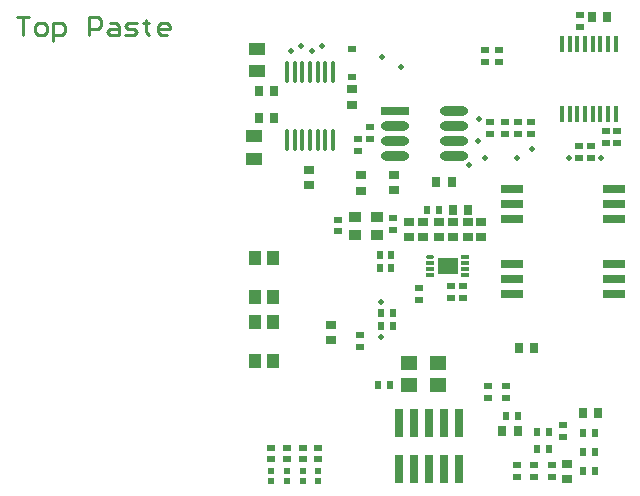
<source format=gtp>
G04*
G04 #@! TF.GenerationSoftware,Altium Limited,Altium Designer,20.2.6 (244)*
G04*
G04 Layer_Color=8421504*
%FSLAX24Y24*%
%MOIN*%
G70*
G04*
G04 #@! TF.SameCoordinates,49DCD013-E9FA-4731-AA8E-B93FF918964A*
G04*
G04*
G04 #@! TF.FilePolarity,Positive*
G04*
G01*
G75*
%ADD15C,0.0100*%
%ADD21R,0.0256X0.0217*%
%ADD22C,0.0200*%
%ADD23R,0.0256X0.0354*%
%ADD24O,0.0157X0.0551*%
%ADD25R,0.0551X0.0413*%
%ADD26R,0.0413X0.0453*%
%ADD27R,0.0394X0.0354*%
%ADD28O,0.0138X0.0787*%
%ADD29R,0.0551X0.0472*%
%ADD30R,0.0299X0.0945*%
%ADD31R,0.0236X0.0197*%
%ADD32R,0.0354X0.0256*%
%ADD33O,0.0945X0.0315*%
%ADD34R,0.0945X0.0315*%
%ADD35R,0.0689X0.0571*%
%ADD36R,0.0295X0.0118*%
G04:AMPARAMS|DCode=37|XSize=11.8mil|YSize=29.5mil|CornerRadius=5.9mil|HoleSize=0mil|Usage=FLASHONLY|Rotation=270.000|XOffset=0mil|YOffset=0mil|HoleType=Round|Shape=RoundedRectangle|*
%AMROUNDEDRECTD37*
21,1,0.0118,0.0177,0,0,270.0*
21,1,0.0000,0.0295,0,0,270.0*
1,1,0.0118,-0.0089,0.0000*
1,1,0.0118,-0.0089,0.0000*
1,1,0.0118,0.0089,0.0000*
1,1,0.0118,0.0089,0.0000*
%
%ADD37ROUNDEDRECTD37*%
%ADD38R,0.0752X0.0299*%
%ADD39R,0.0268X0.0220*%
%ADD40R,0.0217X0.0256*%
D15*
X-7450Y-1110D02*
X-7051D01*
X-7251D01*
Y-1710D01*
X-6751D02*
X-6551D01*
X-6451Y-1610D01*
Y-1410D01*
X-6551Y-1310D01*
X-6751D01*
X-6851Y-1410D01*
Y-1610D01*
X-6751Y-1710D01*
X-6251Y-1910D02*
Y-1310D01*
X-5951D01*
X-5851Y-1410D01*
Y-1610D01*
X-5951Y-1710D01*
X-6251D01*
X-5051D02*
Y-1110D01*
X-4751D01*
X-4651Y-1210D01*
Y-1410D01*
X-4751Y-1510D01*
X-5051D01*
X-4351Y-1310D02*
X-4152D01*
X-4052Y-1410D01*
Y-1710D01*
X-4351D01*
X-4451Y-1610D01*
X-4351Y-1510D01*
X-4052D01*
X-3852Y-1710D02*
X-3552D01*
X-3452Y-1610D01*
X-3552Y-1510D01*
X-3752D01*
X-3852Y-1410D01*
X-3752Y-1310D01*
X-3452D01*
X-3152Y-1210D02*
Y-1310D01*
X-3252D01*
X-3052D01*
X-3152D01*
Y-1610D01*
X-3052Y-1710D01*
X-2452D02*
X-2652D01*
X-2752Y-1610D01*
Y-1410D01*
X-2652Y-1310D01*
X-2452D01*
X-2352Y-1410D01*
Y-1510D01*
X-2752D01*
D21*
X11330Y-1447D02*
D03*
Y-1053D02*
D03*
X8320Y-5027D02*
D03*
Y-4633D02*
D03*
X4000Y-11713D02*
D03*
Y-12107D02*
D03*
X10748Y-15118D02*
D03*
Y-14724D02*
D03*
X1556Y-15866D02*
D03*
Y-15472D02*
D03*
X1031Y-15866D02*
D03*
Y-15472D02*
D03*
X5079Y-8228D02*
D03*
Y-7835D02*
D03*
X3268Y-7874D02*
D03*
Y-8268D02*
D03*
X8858Y-13425D02*
D03*
Y-13819D02*
D03*
X8268Y-13425D02*
D03*
Y-13819D02*
D03*
X9803Y-16063D02*
D03*
Y-16457D02*
D03*
X9213Y-16063D02*
D03*
Y-16457D02*
D03*
X10394Y-16063D02*
D03*
Y-16457D02*
D03*
X12190Y-4923D02*
D03*
Y-5317D02*
D03*
X12560Y-4913D02*
D03*
Y-5307D02*
D03*
X2081Y-15866D02*
D03*
Y-15472D02*
D03*
X2606Y-15866D02*
D03*
Y-15472D02*
D03*
X3937Y-5591D02*
D03*
Y-5197D02*
D03*
X7420Y-10096D02*
D03*
Y-10490D02*
D03*
X7020Y-10497D02*
D03*
Y-10103D02*
D03*
X4331Y-4803D02*
D03*
Y-5197D02*
D03*
X5950Y-10548D02*
D03*
Y-10155D02*
D03*
X8820Y-5027D02*
D03*
Y-4633D02*
D03*
X9260Y-4633D02*
D03*
Y-5027D02*
D03*
X9680Y-5027D02*
D03*
Y-4633D02*
D03*
X11280Y-5827D02*
D03*
Y-5433D02*
D03*
X11700Y-5827D02*
D03*
Y-5433D02*
D03*
X8610Y-2223D02*
D03*
Y-2617D02*
D03*
X8170Y-2223D02*
D03*
Y-2617D02*
D03*
D22*
X9740Y-5530D02*
D03*
X7930Y-5239D02*
D03*
X8170Y-5830D02*
D03*
X5370Y-2800D02*
D03*
X4710Y-2450D02*
D03*
X4690Y-10630D02*
D03*
X2730Y-2070D02*
D03*
X4690Y-11780D02*
D03*
X2380Y-2240D02*
D03*
X2030Y-2070D02*
D03*
X1680Y-2240D02*
D03*
X7616Y-6050D02*
D03*
X9230Y-5810D02*
D03*
X7950Y-4530D02*
D03*
X10970Y-5830D02*
D03*
X12030Y-5820D02*
D03*
D23*
X12232Y-1130D02*
D03*
X11720D02*
D03*
X1122Y-3583D02*
D03*
X610D02*
D03*
X7087Y-7559D02*
D03*
X7598D02*
D03*
X8740Y-14921D02*
D03*
X9252D02*
D03*
X11417Y-14331D02*
D03*
X11929D02*
D03*
X9291Y-12165D02*
D03*
X9803D02*
D03*
X6535Y-6614D02*
D03*
X7047D02*
D03*
X610Y-4488D02*
D03*
X1122D02*
D03*
D24*
X11488Y-2020D02*
D03*
X12512D02*
D03*
X12256D02*
D03*
X12000D02*
D03*
X11744D02*
D03*
X11232D02*
D03*
X10976D02*
D03*
X10720D02*
D03*
X12512Y-4343D02*
D03*
X12256D02*
D03*
X12000D02*
D03*
X11744D02*
D03*
X11488D02*
D03*
X11232D02*
D03*
X10976D02*
D03*
X10720D02*
D03*
D25*
X551Y-2185D02*
D03*
Y-2933D02*
D03*
X472Y-5098D02*
D03*
Y-5846D02*
D03*
D26*
X1088Y-9144D02*
D03*
X502Y-9144D02*
D03*
X1088Y-10463D02*
D03*
X502D02*
D03*
X1088Y-11270D02*
D03*
X502Y-11270D02*
D03*
X1088Y-12589D02*
D03*
X502D02*
D03*
D27*
X4547Y-7776D02*
D03*
X3819D02*
D03*
Y-8386D02*
D03*
X4547D02*
D03*
D28*
X1555Y-5236D02*
D03*
X1811D02*
D03*
X2067D02*
D03*
X2323D02*
D03*
X2579D02*
D03*
X2835D02*
D03*
X3091D02*
D03*
X1555Y-2953D02*
D03*
X1811D02*
D03*
X2067D02*
D03*
X2323D02*
D03*
X2579D02*
D03*
X2835D02*
D03*
X3091D02*
D03*
D29*
X5630Y-12638D02*
D03*
X6575D02*
D03*
Y-13386D02*
D03*
X5630D02*
D03*
D30*
X7299Y-14665D02*
D03*
Y-16201D02*
D03*
X6799Y-14665D02*
D03*
Y-16201D02*
D03*
X6299Y-14665D02*
D03*
Y-16201D02*
D03*
X5799Y-14665D02*
D03*
Y-16201D02*
D03*
X5299D02*
D03*
Y-14665D02*
D03*
D31*
X2606Y-16594D02*
D03*
Y-16240D02*
D03*
X1556Y-16594D02*
D03*
Y-16240D02*
D03*
X1031Y-16594D02*
D03*
Y-16240D02*
D03*
X2081Y-16594D02*
D03*
Y-16240D02*
D03*
D32*
X8031Y-8465D02*
D03*
Y-7953D02*
D03*
X3730Y-3528D02*
D03*
Y-4040D02*
D03*
X6614Y-7953D02*
D03*
Y-8465D02*
D03*
X7087Y-7953D02*
D03*
Y-8465D02*
D03*
X10906Y-16024D02*
D03*
Y-16535D02*
D03*
X2300Y-6732D02*
D03*
Y-6220D02*
D03*
X5118Y-6378D02*
D03*
Y-6890D02*
D03*
X7598Y-7953D02*
D03*
Y-8465D02*
D03*
X3031Y-11890D02*
D03*
Y-11378D02*
D03*
X5630Y-7953D02*
D03*
Y-8465D02*
D03*
X6102Y-7953D02*
D03*
Y-8465D02*
D03*
X4016Y-6398D02*
D03*
Y-6909D02*
D03*
D33*
X7115Y-5739D02*
D03*
Y-5239D02*
D03*
Y-4739D02*
D03*
Y-4239D02*
D03*
X5146Y-5739D02*
D03*
Y-5239D02*
D03*
Y-4739D02*
D03*
D34*
Y-4239D02*
D03*
D35*
X6909Y-9429D02*
D03*
D36*
X7480Y-9134D02*
D03*
Y-9331D02*
D03*
Y-9528D02*
D03*
Y-9724D02*
D03*
X6339D02*
D03*
Y-9528D02*
D03*
Y-9331D02*
D03*
D37*
Y-9134D02*
D03*
D38*
X9050Y-7350D02*
D03*
Y-6850D02*
D03*
Y-10350D02*
D03*
Y-9850D02*
D03*
X12450Y-7350D02*
D03*
Y-7850D02*
D03*
Y-6850D02*
D03*
Y-9350D02*
D03*
Y-10350D02*
D03*
Y-9850D02*
D03*
X9050Y-9350D02*
D03*
Y-7850D02*
D03*
D39*
X3730Y-2170D02*
D03*
Y-3130D02*
D03*
D40*
X10276Y-14961D02*
D03*
X9882D02*
D03*
X6614Y-7559D02*
D03*
X6220D02*
D03*
X5000Y-13386D02*
D03*
X4606D02*
D03*
X8858Y-14409D02*
D03*
X9252D02*
D03*
X11417Y-15630D02*
D03*
X11811D02*
D03*
X11417Y-16260D02*
D03*
X11811D02*
D03*
X11417Y-15000D02*
D03*
X11811D02*
D03*
X4685Y-10984D02*
D03*
X5079D02*
D03*
X4685Y-11417D02*
D03*
X5079D02*
D03*
X5039Y-9055D02*
D03*
X4646D02*
D03*
X5039Y-9488D02*
D03*
X4646D02*
D03*
X9882Y-15512D02*
D03*
X10276D02*
D03*
M02*

</source>
